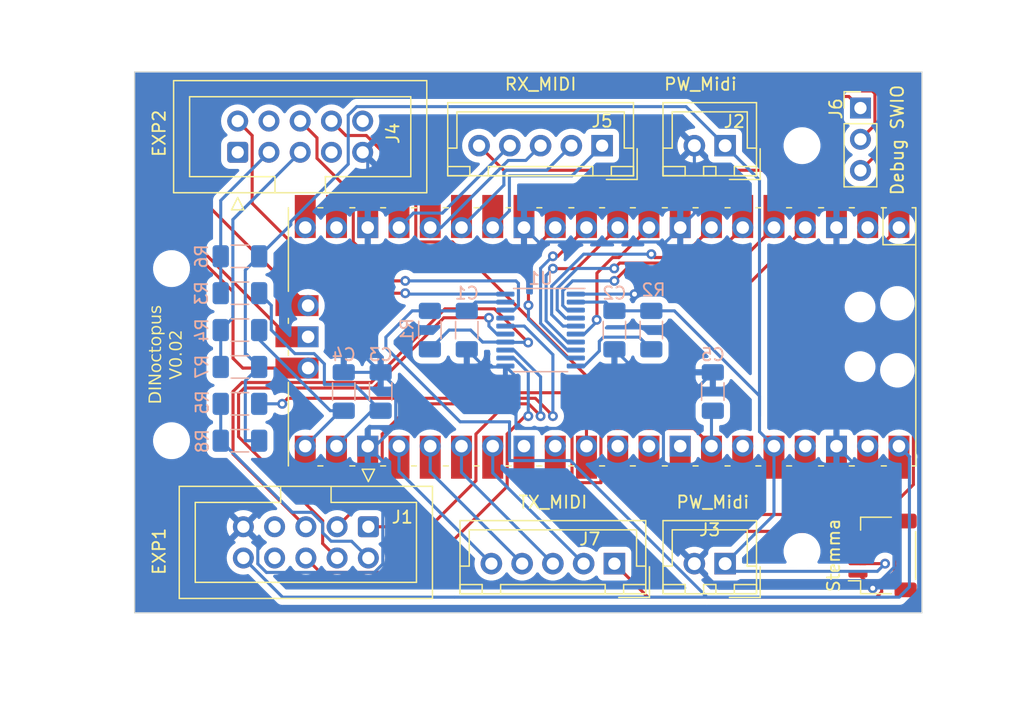
<source format=kicad_pcb>
(kicad_pcb (version 20221018) (generator pcbnew)
  (layers (0 "F.Cu" signal) (31 "B.Cu" signal) (34 "B.Paste" user) (35 "F.Paste" user) (36 "B.SilkS" user "B.Silkscreen") (37 "F.SilkS" user "F.Silkscreen") (38 "B.Mask" user) (39 "F.Mask" user) (44 "Edge.Cuts" user))
  (net 0 "")
  (net 1 "+5V")
  (net 4 "Net-(U1-OE)")
  (net 5 "Net-(U1-A1)")
  (net 6 "Net-(U1-A2)")
  (net 7 "Net-(U1-A3)")
  (net 8 "Net-(U1-A4)")
  (net 9 "Net-(U1-A5)")
  (net 10 "Net-(U1-A6)")
  (net 18 "Net-(J7-Pin_3)")
  (net 19 "Net-(J7-Pin_4)")
  (net 21 "Net-(U2-GPIO16)")
  (net 22 "Net-(U2-GPIO17)")
  (net 23 "Encoder Push")
  (net 24 "Encoder A")
  (net 25 "Encoder B")
  (net 26 "Reset")
  (net 28 "Net-(J8-Pin_4)")
  (net 29 "Net-(J8-Pin_3)")
  (net 30 "Net-(J5-Pin_1)")
  (net 31 "Net-(J5-Pin_2)")
  (net 32 "Net-(J5-Pin_3)")
  (net 33 "Net-(J5-Pin_4)")
  (net 34 "GPIO1")
  (net 35 "Net-(J6-Pin_1)")
  (net 36 "Net-(J6-Pin_2)")
  (net 37 "Net-(J6-Pin_3)")
  (net 38 "5V Buzz")
  (net 39 "5V LCD CS")
  (net 40 "5V LCD RS")
  (net 41 "5V LCD Reset")
  (net 42 "5V Backlight")
  (net 43 "5V LCD CLK")
  (net 44 "5V LCD MOSI")
  (net 45 "Net-(U1-A7)")
  (net 46 "Net-(U1-A8)")
  (net 47 "GPIO0")
  (net 48 "Net-(J7-Pin_2)")
  (net 49 "Net-(J7-Pin_5)")
  (net 52 "GND")
  (net 53 "3.3V")
  (net 54 "Net-(U2-GPIO28_ADC2)")
  (footprint "Connectors_JST:JST_XH_B05B-XH-A_05x2.50mm_Straight" (layer "F.Cu") (at 74 60 180)
    (fp_text reference "J7")
    (fp_text value "TX_MIDI")
  )
  (footprint "MountingHole:MountingHole_2.5mm" (layer "F.Cu") (at 89.25 59)
    (fp_text reference "REF**" hide)
    (fp_text value "MountingHole_2.5mm" hide)
  )
  (footprint "Connector_JST:JST_SH_SM04B-SRSS-TB_1x04-1MP_P1.00mm_Horizontal" (layer "F.Cu") (at 95.797278 59.331647 90)
    (fp_text reference "Stemma")
    (fp_text value "Stemma QT" hide)
  )
  (footprint "Connectors_JST:JST_XH_B05B-XH-A_05x2.50mm_Straight" (layer "F.Cu") (at 73 26 180)
    (fp_text reference "J5")
    (fp_text value "RX_MIDI")
  )
  (footprint "MountingHole:MountingHole_2.5mm" (layer "F.Cu") (at 89.25 26)
    (fp_text reference "REF**" hide)
    (fp_text value "MountingHole_2.5mm" hide)
  )
  (footprint "Connectors_JST:JST_XH_B02B-XH-A_02x2.50mm_Straight" (layer "F.Cu") (at 83 26 180)
    (fp_text reference "J2")
    (fp_text value "PW_Midi")
  )
  (footprint "MountingHole:MountingHole_2.5mm" (layer "F.Cu") (at 38 50)
    (fp_text reference "REF**" hide)
    (fp_text value "MountingHole_2.5mm" hide)
  )
  (footprint "Connector_IDC:IDC-Header_2x05_P2.54mm_Vertical" (layer "F.Cu") (at 43.38 26.54 90)
    (fp_text reference "J4")
    (fp_text value "EXP2")
  )
  (footprint "Connectors_JST:JST_XH_B02B-XH-A_02x2.50mm_Straight" (layer "F.Cu") (at 83 60 180)
    (fp_text reference "J3")
    (fp_text value "PW_Midi")
  )
  (footprint "Connector_IDC:IDC-Header_2x05_P2.54mm_Vertical" (layer "F.Cu") (at 54 57 -90)
    (fp_text reference "J1")
    (fp_text value "EXP1")
  )
  (footprint "MCU_RaspberryPi_and_Boards:RPi_Pico_SMD_TH" (layer "F.Cu") (at 73 41.550114 -90)
    (fp_text reference "U2" hide)
    (fp_text value "Pico")
  )
  (footprint "MountingHole:MountingHole_2.5mm" (layer "F.Cu") (at 38 36)
    (fp_text reference "REF**" hide)
    (fp_text value "MountingHole_2.5mm" hide)
  )
  (footprint "Connector_PinHeader_2.54mm:PinHeader_1x03_P2.54mm_Vertical" (layer "F.Cu") (at 94 22.939838)
    (fp_text reference "J6")
    (fp_text value "Debug SWIO")
  )
  (footprint "Capacitor_SMD:C_1206_3216Metric_Pad1.33x1.80mm_HandSolder" (layer "B.Cu") (at 62 41 -90)
    (fp_text reference "C1")
    (fp_text value "0.1uF")
  )
  (footprint "Capacitor_SMD:C_1206_3216Metric_Pad1.33x1.80mm_HandSolder" (layer "B.Cu") (at 43.5625 35 180)
    (fp_text reference "R6")
    (fp_text value "10k")
  )
  (footprint "Capacitor_SMD:C_1206_3216Metric_Pad1.33x1.80mm_HandSolder" (layer "B.Cu") (at 43.5625 50 180)
    (fp_text reference "R8")
    (fp_text value "10k")
  )
  (footprint "Capacitor_SMD:C_1206_3216Metric_Pad1.33x1.80mm_HandSolder" (layer "B.Cu") (at 77 41 -90)
    (fp_text reference "R2")
    (fp_text value "10k")
  )
  (footprint "Capacitor_SMD:C_1206_3216Metric_Pad1.33x1.80mm_HandSolder" (layer "B.Cu") (at 43.5625 38)
    (fp_text reference "R3")
    (fp_text value "10k")
  )
  (footprint "Capacitor_SMD:C_1206_3216Metric_Pad1.33x1.80mm_HandSolder" (layer "B.Cu") (at 74 41 90)
    (fp_text reference "C2")
    (fp_text value "0.1uF")
  )
  (footprint "Capacitor_SMD:C_1206_3216Metric_Pad1.33x1.80mm_HandSolder" (layer "B.Cu") (at 43.5625 44 180)
    (fp_text reference "R7")
    (fp_text value "10k")
  )
  (footprint "Capacitor_SMD:C_1206_3216Metric_Pad1.33x1.80mm_HandSolder" (layer "B.Cu") (at 43.5625 47)
    (fp_text reference "R5")
    (fp_text value "10k")
  )
  (footprint "Capacitor_SMD:C_1206_3216Metric_Pad1.33x1.80mm_HandSolder" (layer "B.Cu") (at 43.5625 41)
    (fp_text reference "R4")
    (fp_text value "10k")
  )
  (footprint "Capacitor_SMD:C_1206_3216Metric_Pad1.33x1.80mm_HandSolder" (layer "B.Cu") (at 52 46 -90)
    (fp_text reference "C4")
    (fp_text value "0.1uF")
  )
  (footprint "Package_SO:TSSOP-20_4.4x6.5mm_P0.65mm" (layer "B.Cu") (at 68 41 180)
    (fp_text reference "U1")
    (fp_text value "TXB0108PW")
  )
  (footprint "Capacitor_SMD:C_1206_3216Metric_Pad1.33x1.80mm_HandSolder" (layer "B.Cu") (at 59 41 -90)
    (fp_text reference "R1")
    (fp_text value "10k")
  )
  (footprint "Capacitor_SMD:C_1206_3216Metric_Pad1.33x1.80mm_HandSolder" (layer "B.Cu") (at 82 46 -90)
    (fp_text reference "C5")
    (fp_text value "0.1uF")
  )
  (footprint "Capacitor_SMD:C_1206_3216Metric_Pad1.33x1.80mm_HandSolder" (layer "B.Cu") (at 55 46 -90)
    (fp_text reference "C3")
    (fp_text value "0.1uF")
  )
  (gr_rect (start 35 20) (end 99 64) (stroke (width 0.1)) (fill none) (layer "Edge.Cuts"))
  (gr_text "DINoctopus\nV0.02" (at 39 43 90) (layer "F.SilkS") (effects (font (size 1 1)) (justify bottom)))
  (segment (start 47.025 62.725) (end 61 62.725) (width 0.25) (layer "B.Cu") (net 1))
  (segment (start 59 39.4375) (end 62 39.4375) (width 0.25) (layer "B.Cu") (net 1))
  (segment (start 61.463173 48.463173) (end 65.475 48.463173) (width 0.25) (layer "B.Cu") (net 1))
  (segment (start 97.98 61.895) (end 97.98 51.290114) (width 0.25) (layer "B.Cu") (net 1))
  (segment (start 65.475 51.615114) (end 70.418057 51.615114) (width 0.25) (layer "B.Cu") (net 1))
  (segment (start 81.527943 62.725) (end 96.300305 62.725) (width 0.25) (layer "B.Cu") (net 1))
  (segment (start 55.425 42.425) (end 61.463173 48.463173) (width 0.25) (layer "B.Cu") (net 1))
  (segment (start 65.475 48.463173) (end 65.475 51.615114) (width 0.25) (layer "B.Cu") (net 1))
  (segment (start 43.84 59.54) (end 47.025 62.725) (width 0.25) (layer "B.Cu") (net 1))
  (segment (start 62 39.4375) (end 62.7125 38.725) (width 0.25) (layer "B.Cu") (net 1))
  (segment (start 55.425 41.575) (end 55.425 42.425) (width 0.25) (layer "B.Cu") (net 1))
  (segment (start 57.5625 39.4375) (end 55.425 41.575) (width 0.25) (layer "B.Cu") (net 1))
  (segment (start 97.98 51.290114) (end 97.13 50.440114) (width 0.25) (layer "B.Cu") (net 1))
  (segment (start 62.7125 38.725) (end 65.1375 38.725) (width 0.25) (layer "B.Cu") (net 1))
  (segment (start 97.15 62.725) (end 97.98 61.895) (width 0.25) (layer "B.Cu") (net 1))
  (segment (start 61 62.725) (end 97.15 62.725) (width 0.25) (layer "B.Cu") (net 1))
  (segment (start 70.418057 51.615114) (end 81.527943 62.725) (width 0.25) (layer "B.Cu") (net 1))
  (segment (start 62 39.4375) (end 57.5625 39.4375) (width 0.25) (layer "B.Cu") (net 1))
  (segment (start 98 51.310114) (end 97.13 50.440114) (width 0.25) (layer "B.Cu") (net 1))
  (segment (start 72.775 41.911827) (end 72.775 42.701041) (width 0.25) (layer "B.Cu") (net 4))
  (segment (start 72.775 42.701041) (end 71.551041 43.925) (width 0.25) (layer "B.Cu") (net 4))
  (segment (start 76.0125 41.575) (end 73.111827 41.575) (width 0.25) (layer "B.Cu") (net 4))
  (segment (start 77 42.5625) (end 76.0125 41.575) (width 0.25) (layer "B.Cu") (net 4))
  (segment (start 71.551041 43.925) (end 70.8625 43.925) (width 0.25) (layer "B.Cu") (net 4))
  (segment (start 73.111827 41.575) (end 72.775 41.911827) (width 0.25) (layer "B.Cu") (net 4))
  (segment (start 76.706451 37) (end 85.170114 37) (width 0.25) (layer "F.Cu") (net 5))
  (segment (start 75.631451 38.075) (end 76.706451 37) (width 0.25) (layer "F.Cu") (net 5))
  (segment (start 85.170114 37) (end 89.51 32.660114) (width 0.25) (layer "F.Cu") (net 5))
  (via (at 75.631451 38.075) (size 0.8) (drill 0.4) (layers "F.Cu" "B.Cu") (net 5))
  (segment (start 75.631451 38.075) (end 70.8625 38.075) (width 0.25) (layer "B.Cu") (net 5))
  (segment (start 83.630114 36) (end 86.97 32.660114) (width 0.25) (layer "F.Cu") (net 6))
  (segment (start 74.999392 36) (end 83.630114 36) (width 0.25) (layer "F.Cu") (net 6))
  (segment (start 73.999696 36.999696) (end 74.999392 36) (width 0.25) (layer "F.Cu") (net 6))
  (via (at 73.999696 36.999696) (size 0.8) (drill 0.4) (layers "F.Cu" "B.Cu") (net 6))
  (segment (start 70.173959 39.375) (end 70.8625 39.375) (width 0.25) (layer "B.Cu") (net 6))
  (segment (start 69.8 39.001041) (end 70.173959 39.375) (width 0.25) (layer "B.Cu") (net 6))
  (segment (start 70.599263 36.999696) (end 69.8 37.798959) (width 0.25) (layer "B.Cu") (net 6))
  (segment (start 73.999696 36.999696) (end 70.599263 36.999696) (width 0.25) (layer "B.Cu") (net 6))
  (segment (start 69.8 37.798959) (end 69.8 39.001041) (width 0.25) (layer "B.Cu") (net 6))
  (segment (start 73.987397 35.987397) (end 74.424794 35.55) (width 0.25) (layer "F.Cu") (net 7))
  (segment (start 74.424794 35.55) (end 81.540114 35.55) (width 0.25) (layer "F.Cu") (net 7))
  (segment (start 81.540114 35.55) (end 84.43 32.660114) (width 0.25) (layer "F.Cu") (net 7))
  (via (at 73.987397 35.987397) (size 0.8) (drill 0.4) (layers "F.Cu" "B.Cu") (net 7))
  (segment (start 69.35 39.35) (end 70.025 40.025) (width 0.25) (layer "B.Cu") (net 7))
  (segment (start 69.35 37.612563) (end 69.35 39.35) (width 0.25) (layer "B.Cu") (net 7))
  (segment (start 73.987397 35.987397) (end 70.975166 35.987397) (width 0.25) (layer "B.Cu") (net 7))
  (segment (start 70.975166 35.987397) (end 69.35 37.612563) (width 0.25) (layer "B.Cu") (net 7))
  (segment (start 70.025 40.025) (end 70.8625 40.025) (width 0.25) (layer "B.Cu") (net 7))
  (segment (start 77.2745 35.1) (end 79.450114 35.1) (width 0.25) (layer "F.Cu") (net 8))
  (segment (start 79.450114 35.1) (end 81.89 32.660114) (width 0.25) (layer "F.Cu") (net 8))
  (segment (start 77 34.8255) (end 77.2745 35.1) (width 0.25) (layer "F.Cu") (net 8))
  (via (at 77 34.8255) (size 0.8) (drill 0.4) (layers "F.Cu" "B.Cu") (net 8))
  (segment (start 68.9 37.426167) (end 68.9 39.748959) (width 0.25) (layer "B.Cu") (net 8))
  (segment (start 68.9 39.748959) (end 69.826041 40.675) (width 0.25) (layer "B.Cu") (net 8))
  (segment (start 69.826041 40.675) (end 70.8625 40.675) (width 0.25) (layer "B.Cu") (net 8))
  (segment (start 77 34.8255) (end 71.500667 34.8255) (width 0.25) (layer "B.Cu") (net 8))
  (segment (start 71.500667 34.8255) (end 68.9 37.426167) (width 0.25) (layer "B.Cu") (net 8))
  (segment (start 72.56083 40.164424) (end 72.580523 40.144731) (width 0.25) (layer "F.Cu") (net 9))
  (segment (start 72.580523 36.368966) (end 73.849489 35.1) (width 0.25) (layer "F.Cu") (net 9))
  (segment (start 74.370114 35.1) (end 76.81 32.660114) (width 0.25) (layer "F.Cu") (net 9))
  (segment (start 72.580523 40.144731) (end 72.580523 36.368966) (width 0.25) (layer "F.Cu") (net 9))
  (segment (start 73.849489 35.1) (end 74.370114 35.1) (width 0.25) (layer "F.Cu") (net 9))
  (via (at 72.56083 40.164424) (size 0.8) (drill 0.4) (layers "F.Cu" "B.Cu") (net 9))
  (segment (start 72.56083 40.315211) (end 71.551041 41.325) (width 0.25) (layer "B.Cu") (net 9))
  (segment (start 72.56083 40.164424) (end 72.56083 40.315211) (width 0.25) (layer "B.Cu") (net 9))
  (segment (start 71.551041 41.325) (end 70.8625 41.325) (width 0.25) (layer "B.Cu") (net 9))
  (segment (start 74.27 32.660114) (end 70.930114 36) (width 0.25) (layer "F.Cu") (net 10))
  (segment (start 70.930114 36) (end 69 36) (width 0.25) (layer "F.Cu") (net 10))
  (via (at 69 36) (size 0.8) (drill 0.4) (layers "F.Cu" "B.Cu") (net 10))
  (segment (start 68.45 40.251041) (end 70.173959 41.975) (width 0.25) (layer "B.Cu") (net 10))
  (segment (start 69 36) (end 68.45 36.55) (width 0.25) (layer "B.Cu") (net 10))
  (segment (start 68.45 36.55) (end 68.45 40.251041) (width 0.25) (layer "B.Cu") (net 10))
  (segment (start 70.173959 41.975) (end 70.8625 41.975) (width 0.25) (layer "B.Cu") (net 10))
  (segment (start 61.57 52.57) (end 69 60) (width 0.25) (layer "B.Cu") (net 18))
  (segment (start 61.57 50.440114) (end 61.57 52.57) (width 0.25) (layer "B.Cu") (net 18))
  (segment (start 59.03 52.53) (end 66.5 60) (width 0.25) (layer "B.Cu") (net 19))
  (segment (start 59.03 50.440114) (end 59.03 52.53) (width 0.25) (layer "B.Cu") (net 19))
  (segment (start 52 47.5625) (end 50.910685 47.5625) (width 0.25) (layer "B.Cu") (net 21))
  (segment (start 51.747614 47.5625) (end 48.87 50.440114) (width 0.25) (layer "B.Cu") (net 21))
  (segment (start 45.125 41.776815) (end 45.125 41) (width 0.25) (layer "B.Cu") (net 21))
  (segment (start 52 47.5625) (end 51.747614 47.5625) (width 0.25) (layer "B.Cu") (net 21))
  (segment (start 50.910685 47.5625) (end 45.125 41.776815) (width 0.25) (layer "B.Cu") (net 21))
  (segment (start 50.425 45.425) (end 50.425 43.753413) (width 0.25) (layer "B.Cu") (net 22))
  (segment (start 46.1125 38.9875) (end 45.125 38) (width 0.25) (layer "B.Cu") (net 22))
  (segment (start 55 47.5625) (end 52.8625 45.425) (width 0.25) (layer "B.Cu") (net 22))
  (segment (start 50.425 43.753413) (end 49.586701 42.915114) (width 0.25) (layer "B.Cu") (net 22))
  (segment (start 48.027614 42.915114) (end 46.1125 41) (width 0.25) (layer "B.Cu") (net 22))
  (segment (start 52.8625 45.425) (end 50.425 45.425) (width 0.25) (layer "B.Cu") (net 22))
  (segment (start 46.1125 41) (end 46.1125 38.9875) (width 0.25) (layer "B.Cu") (net 22))
  (segment (start 49.586701 42.915114) (end 48.027614 42.915114) (width 0.25) (layer "B.Cu") (net 22))
  (segment (start 55 47.5625) (end 54.287614 47.5625) (width 0.25) (layer "B.Cu") (net 22))
  (segment (start 54.287614 47.5625) (end 51.41 50.440114) (width 0.25) (layer "B.Cu") (net 22))
  (segment (start 50.285 57.486701) (end 50.973299 58.175) (width 0.25) (layer "B.Cu") (net 23))
  (segment (start 50.285 56.703299) (end 50.285 57.486701) (width 0.25) (layer "B.Cu") (net 23))
  (segment (start 42 50) (end 42 47) (width 0.25) (layer "B.Cu") (net 23))
  (segment (start 49.406701 55.825) (end 50.285 56.703299) (width 0.25) (layer "B.Cu") (net 23))
  (segment (start 42 50) (end 47.825 55.825) (width 0.25) (layer "B.Cu") (net 23))
  (segment (start 52.635 58.175) (end 54 59.54) (width 0.25) (layer "B.Cu") (net 23))
  (segment (start 47.825 55.825) (end 49.406701 55.825) (width 0.25) (layer "B.Cu") (net 23))
  (segment (start 50.973299 58.175) (end 52.635 58.175) (width 0.25) (layer "B.Cu") (net 23))
  (segment (start 42.9875 32.0125) (end 48.46 26.54) (width 0.25) (layer "B.Cu") (net 24))
  (segment (start 42 44) (end 42 41) (width 0.25) (layer "B.Cu") (net 24))
  (segment (start 42 41) (end 42.9875 40.0125) (width 0.25) (layer "B.Cu") (net 24))
  (segment (start 42.9875 40.0125) (end 42.9875 32.0125) (width 0.25) (layer "B.Cu") (net 24))
  (segment (start 42 30.46) (end 45.92 26.54) (width 0.25) (layer "B.Cu") (net 25))
  (segment (start 42 38) (end 42 35) (width 0.25) (layer "B.Cu") (net 25))
  (segment (start 42 35) (end 42 30.46) (width 0.25) (layer "B.Cu") (net 25))
  (segment (start 60.835114 33.835114) (end 71.73 44.73) (width 0.25) (layer "F.Cu") (net 26))
  (segment (start 53.836701 25.175) (end 57.855 29.193299) (width 0.25) (layer "F.Cu") (net 26))
  (segment (start 52.175 25.175) (end 53.836701 25.175) (width 0.25) (layer "F.Cu") (net 26))
  (segment (start 57.855 29.193299) (end 57.855 33.835114) (width 0.25) (layer "F.Cu") (net 26))
  (segment (start 51 24) (end 52.175 25.175) (width 0.25) (layer "F.Cu") (net 26))
  (segment (start 57.855 33.835114) (end 60.835114 33.835114) (width 0.25) (layer "F.Cu") (net 26))
  (segment (start 71.73 44.73) (end 71.73 50.440114) (width 0.25) (layer "F.Cu") (net 26))
  (segment (start 91.965631 56) (end 93.797278 57.831647) (width 0.25) (layer "F.Cu") (net 28))
  (segment (start 80.759886 56) (end 91.965631 56) (width 0.25) (layer "F.Cu") (net 28))
  (segment (start 76.81 50.440114) (end 76.81 52.050114) (width 0.25) (layer "F.Cu") (net 28))
  (segment (start 76.81 52.050114) (end 80.759886 56) (width 0.25) (layer "F.Cu") (net 28))
  (segment (start 91.89388 57.375) (end 93.350527 58.831647) (width 0.25) (layer "F.Cu") (net 29))
  (segment (start 93.350527 58.831647) (end 93.797278 58.831647) (width 0.25) (layer "F.Cu") (net 29))
  (segment (start 74.27 52.050114) (end 79.594886 57.375) (width 0.25) (layer "F.Cu") (net 29))
  (segment (start 74.27 50.440114) (end 74.27 52.050114) (width 0.25) (layer "F.Cu") (net 29))
  (segment (start 79.594886 57.375) (end 91.89388 57.375) (width 0.25) (layer "F.Cu") (net 29))
  (segment (start 64.11 32.660114) (end 65.464886 31.305228) (width 0.25) (layer "B.Cu") (net 30))
  (segment (start 65.464886 31.305228) (end 65.464886 28.45) (width 0.25) (layer "B.Cu") (net 30))
  (segment (start 65.464886 28.45) (end 70.55 28.45) (width 0.25) (layer "B.Cu") (net 30))
  (segment (start 70.55 28.45) (end 73 26) (width 0.25) (layer "B.Cu") (net 30))
  (segment (start 65.204809 28) (end 68.5 28) (width 0.25) (layer "B.Cu") (net 31))
  (segment (start 65.014886 28.189923) (end 65.204809 28) (width 0.25) (layer "B.Cu") (net 31))
  (segment (start 61.57 32.660114) (end 65.014886 29.215228) (width 0.25) (layer "B.Cu") (net 31))
  (segment (start 68.5 28) (end 70.5 26) (width 0.25) (layer "B.Cu") (net 31))
  (segment (start 65.014886 29.215228) (end 65.014886 28.189923) (width 0.25) (layer "B.Cu") (net 31))
  (segment (start 59.908299 32.660114) (end 65.368413 27.2) (width 0.25) (layer "B.Cu") (net 32))
  (segment (start 65.368413 27.2) (end 66.8 27.2) (width 0.25) (layer "B.Cu") (net 32))
  (segment (start 66.8 27.2) (end 68 26) (width 0.25) (layer "B.Cu") (net 32))
  (segment (start 59.03 32.660114) (end 59.908299 32.660114) (width 0.25) (layer "B.Cu") (net 32))
  (segment (start 56.49 32.660114) (end 57.665 31.485114) (width 0.25) (layer "B.Cu") (net 33))
  (segment (start 60.014886 31.485114) (end 65.5 26) (width 0.25) (layer "B.Cu") (net 33))
  (segment (start 57.665 31.485114) (end 60.014886 31.485114) (width 0.25) (layer "B.Cu") (net 33))
  (segment (start 91.539886 28) (end 65 28) (width 0.25) (layer "F.Cu") (net 34))
  (segment (start 94.59 31.050114) (end 91.539886 28) (width 0.25) (layer "F.Cu") (net 34))
  (segment (start 65 28) (end 63 26) (width 0.25) (layer "F.Cu") (net 34))
  (segment (start 94.59 32.660114) (end 94.59 31.050114) (width 0.25) (layer "F.Cu") (net 34))
  (segment (start 40 29.910114) (end 40 23) (width 0.25) (layer "F.Cu") (net 35))
  (segment (start 49.1 39.010114) (end 40 29.910114) (width 0.25) (layer "F.Cu") (net 35))
  (segment (start 93.060162 22) (end 94 22.939838) (width 0.25) (layer "F.Cu") (net 35))
  (segment (start 40 23) (end 41 22) (width 0.25) (layer "F.Cu") (net 35))
  (segment (start 41 22) (end 93.060162 22) (width 0.25) (layer "F.Cu") (net 35))
  (segment (start 39 33.060114) (end 39 22) (width 0.25) (layer "F.Cu") (net 36))
  (segment (start 49.1 41.550114) (end 47.49 41.550114) (width 0.25) (layer "F.Cu") (net 36))
  (segment (start 39.45 21.55) (end 94.960162 21.55) (width 0.25) (layer "F.Cu") (net 36))
  (segment (start 95.175 21.764838) (end 95.175 24.304838) (width 0.25) (layer "F.Cu") (net 36))
  (segment (start 94.960162 21.55) (end 95.175 21.764838) (width 0.25) (layer "F.Cu") (net 36))
  (segment (start 95.175 24.304838) (end 94 25.479838) (width 0.25) (layer "F.Cu") (net 36))
  (segment (start 39 22) (end 39.45 21.55) (width 0.25) (layer "F.Cu") (net 36))
  (segment (start 47.49 41.550114) (end 39 33.060114) (width 0.25) (layer "F.Cu") (net 36))
  (segment (start 49.1 44.090114) (end 43.790057 44.090114) (width 0.25) (layer "F.Cu") (net 37))
  (segment (start 96 21.953442) (end 96 26.019838) (width 0.25) (layer "F.Cu") (net 37))
  (segment (start 43.790057 44.090114) (end 43 43.300057) (width 0.25) (layer "F.Cu") (net 37))
  (segment (start 96 26.019838) (end 94 28.019838) (width 0.25) (layer "F.Cu") (net 37))
  (segment (start 38 22) (end 39 21) (width 0.25) (layer "F.Cu") (net 37))
  (segment (start 43 43.300057) (end 43 37.875) (width 0.25) (layer "F.Cu") (net 37))
  (segment (start 43 37.875) (end 38 32.875) (width 0.25) (layer "F.Cu") (net 37))
  (segment (start 95.046558 21) (end 96 21.953442) (width 0.25) (layer "F.Cu") (net 37))
  (segment (start 38 32.875) (end 38 22) (width 0.25) (layer "F.Cu") (net 37))
  (segment (start 39 21) (end 95.046558 21) (width 0.25) (layer "F.Cu") (net 37))
  (segment (start 68 47.974695) (end 67.025305 47) (width 0.25) (layer "F.Cu") (net 38))
  (segment (start 62.745 53.255) (end 59 57) (width 0.25) (layer "F.Cu") (net 38))
  (segment (start 59 57) (end 54 57) (width 0.25) (layer "F.Cu") (net 38))
  (segment (start 68 48) (end 68 47.974695) (width 0.25) (layer "F.Cu") (net 38))
  (segment (start 65.200114 47) (end 62.745 49.455114) (width 0.25) (layer "F.Cu") (net 38))
  (segment (start 67.025305 47) (end 65.200114 47) (width 0.25) (layer "F.Cu") (net 38))
  (segment (start 62.745 49.455114) (end 62.745 53.255) (width 0.25) (layer "F.Cu") (net 38))
  (via (at 68 48) (size 0.8) (drill 0.4) (layers "F.Cu" "B.Cu") (net 38))
  (segment (start 65.1375 42.625) (end 65.826041 42.625) (width 0.25) (layer "B.Cu") (net 38))
  (segment (start 65.826041 42.625) (end 68 44.798959) (width 0.25) (layer "B.Cu") (net 38))
  (segment (start 68 44.798959) (end 68 48) (width 0.25) (layer "B.Cu") (net 38))
  (segment (start 57.580114 47) (end 55.125 49.455114) (width 0.25) (layer "F.Cu") (net 39))
  (segment (start 64.563718 47) (end 57.580114 47) (width 0.25) (layer "F.Cu") (net 39))
  (segment (start 68.725 47.725) (end 68.725 47.699695) (width 0.25) (layer "F.Cu") (net 39))
  (segment (start 55.125 49.455114) (end 55.125 53.335) (width 0.25) (layer "F.Cu") (net 39))
  (segment (start 69 48) (end 68.725 47.725) (width 0.25) (layer "F.Cu") (net 39))
  (segment (start 55.125 53.335) (end 51.46 57) (width 0.25) (layer "F.Cu") (net 39))
  (segment (start 68.725 47.699695) (end 67.575305 46.55) (width 0.25) (layer "F.Cu") (net 39))
  (segment (start 67.575305 46.55) (end 65.013718 46.55) (width 0.25) (layer "F.Cu") (net 39))
  (segment (start 65.013718 46.55) (end 64.563718 47) (width 0.25) (layer "F.Cu") (net 39))
  (via (at 69 48) (size 0.8) (drill 0.4) (layers "F.Cu" "B.Cu") (net 39))
  (segment (start 69 48) (end 69 43) (width 0.25) (layer "B.Cu") (net 39))
  (segment (start 66.675 40.675) (end 65.1375 40.675) (width 0.25) (layer "B.Cu") (net 39))
  (segment (start 69 43) (end 66.675 40.675) (width 0.25) (layer "B.Cu") (net 39))
  (segment (start 50.285 56.513299) (end 50.285 58.365) (width 0.25) (layer "F.Cu") (net 40))
  (segment (start 43.921282 45.715114) (end 43.45 46.186396) (width 0.25) (layer "F.Cu") (net 40))
  (segment (start 63.8005 40) (end 60.13651 40) (width 0.25) (layer "F.Cu") (net 40))
  (segment (start 43.45 46.186396) (end 43.45 49.678299) (width 0.25) (layer "F.Cu") (net 40))
  (segment (start 50.285 58.365) (end 51.46 59.54) (width 0.25) (layer "F.Cu") (net 40))
  (segment (start 43.45 49.678299) (end 50.285 56.513299) (width 0.25) (layer "F.Cu") (net 40))
  (segment (start 54.421396 45.715114) (end 43.921282 45.715114) (width 0.25) (layer "F.Cu") (net 40))
  (segment (start 60.13651 40) (end 54.421396 45.715114) (width 0.25) (layer "F.Cu") (net 40))
  (via (at 63.8005 40) (size 0.8) (drill 0.4) (layers "F.Cu" "B.Cu") (net 40))
  (segment (start 65.1375 41.325) (end 64.448959 41.325) (width 0.25) (layer "B.Cu") (net 40))
  (segment (start 64.448959 41.325) (end 63.8005 40.676541) (width 0.25) (layer "B.Cu") (net 40))
  (segment (start 63.8005 40.676541) (end 63.8005 40) (width 0.25) (layer "B.Cu") (net 40))
  (segment (start 48.92 57) (end 43 51.08) (width 0.25) (layer "F.Cu") (net 41))
  (segment (start 43.734886 45.265114) (end 54.235 45.265114) (width 0.25) (layer "F.Cu") (net 41))
  (segment (start 64.250402 39.275) (end 66.987701 42.012299) (width 0.25) (layer "F.Cu") (net 41))
  (segment (start 54.235 45.265114) (end 60.225114 39.275) (width 0.25) (layer "F.Cu") (net 41))
  (segment (start 43 46) (end 43.734886 45.265114) (width 0.25) (layer "F.Cu") (net 41))
  (segment (start 60.225114 39.275) (end 64.250402 39.275) (width 0.25) (layer "F.Cu") (net 41))
  (segment (start 43 51.08) (end 43 46) (width 0.25) (layer "F.Cu") (net 41))
  (via (at 66.987701 42.012299) (size 0.8) (drill 0.4) (layers "F.Cu" "B.Cu") (net 41))
  (segment (start 66.987701 42.012299) (end 66.975402 42) (width 0.25) (layer "B.Cu") (net 41))
  (segment (start 66.975402 42) (end 65 42) (width 0.25) (layer "B.Cu") (net 41))
  (segment (start 62.313173 41) (end 60.5625 41) (width 0.25) (layer "B.Cu") (net 41))
  (segment (start 60.5625 41) (end 59 42.5625) (width 0.25) (layer "B.Cu") (net 41))
  (segment (start 63.288173 41.975) (end 62.313173 41) (width 0.25) (layer "B.Cu") (net 41))
  (segment (start 65.1375 41.975) (end 63.288173 41.975) (width 0.25) (layer "B.Cu") (net 41))
  (segment (start 67 48) (end 66.740114 48) (width 0.25) (layer "F.Cu") (net 42))
  (segment (start 50.095 60.715) (end 48.92 59.54) (width 0.25) (layer "F.Cu") (net 42))
  (segment (start 65.285 49.455114) (end 65.285 53.715) (width 0.25) (layer "F.Cu") (net 42))
  (segment (start 66.740114 48) (end 65.285 49.455114) (width 0.25) (layer "F.Cu") (net 42))
  (segment (start 58.285 60.715) (end 50.095 60.715) (width 0.25) (layer "F.Cu") (net 42))
  (segment (start 65.285 53.715) (end 58.285 60.715) (width 0.25) (layer "F.Cu") (net 42))
  (via (at 67 48) (size 0.8) (drill 0.4) (layers "F.Cu" "B.Cu") (net 42))
  (segment (start 65.1375 43.275) (end 65.826041 43.275) (width 0.25) (layer "B.Cu") (net 42))
  (segment (start 65.826041 43.275) (end 67 44.448959) (width 0.25) (layer "B.Cu") (net 42))
  (segment (start 67 44.448959) (end 67 48) (width 0.25) (layer "B.Cu") (net 42))
  (segment (start 44.555 30.695114) (end 44.555 25.175) (width 0.25) (layer "F.Cu") (net 43))
  (segment (start 51.859886 38) (end 44.555 30.695114) (width 0.25) (layer "F.Cu") (net 43))
  (segment (start 57 38) (end 51.859886 38) (width 0.25) (layer "F.Cu") (net 43))
  (segment (start 44.555 25.175) (end 43.38 24) (width 0.25) (layer "F.Cu") (net 43))
  (via (at 57 38) (size 0.8) (drill 0.4) (layers "F.Cu" "B.Cu") (net 43))
  (segment (start 65.1375 38.075) (end 57.075 38.075) (width 0.25) (layer "B.Cu") (net 43))
  (segment (start 57.075 38.075) (end 57 38) (width 0.25) (layer "B.Cu") (net 43))
  (segment (start 55.939886 37) (end 52.775 33.835114) (width 0.25) (layer "F.Cu") (net 44))
  (segment (start 52.775 33.835114) (end 52.775 29.976701) (width 0.25) (layer "F.Cu") (net 44))
  (segment (start 52.775 29.976701) (end 49.825 27.026701) (width 0.25) (layer "F.Cu") (net 44))
  (segment (start 49.825 25.365) (end 48.46 24) (width 0.25) (layer "F.Cu") (net 44))
  (segment (start 49.825 27.026701) (end 49.825 25.365) (width 0.25) (layer "F.Cu") (net 44))
  (segment (start 57 37) (end 55.939886 37) (width 0.25) (layer "F.Cu") (net 44))
  (via (at 57 37) (size 0.8) (drill 0.4) (layers "F.Cu" "B.Cu") (net 44))
  (segment (start 66 37) (end 57 37) (width 0.25) (layer "B.Cu") (net 44))
  (segment (start 66.2 39.001041) (end 66.2 37.2) (width 0.25) (layer "B.Cu") (net 44))
  (segment (start 65.1375 39.375) (end 65.826041 39.375) (width 0.25) (layer "B.Cu") (net 44))
  (segment (start 65.826041 39.375) (end 66.2 39.001041) (width 0.25) (layer "B.Cu") (net 44))
  (segment (start 66.2 37.2) (end 66 37) (width 0.25) (layer "B.Cu") (net 44))
  (segment (start 69.390114 35) (end 69 35) (width 0.25) (layer "F.Cu") (net 45))
  (segment (start 71.73 32.660114) (end 69.390114 35) (width 0.25) (layer "F.Cu") (net 45))
  (via (at 69 35) (size 0.8) (drill 0.4) (layers "F.Cu" "B.Cu") (net 45))
  (segment (start 69 35) (end 68.974695 35) (width 0.25) (layer "B.Cu") (net 45))
  (segment (start 68.974695 35) (end 68 35.974695) (width 0.25) (layer "B.Cu") (net 45))
  (segment (start 68 40.451041) (end 70.173959 42.625) (width 0.25) (layer "B.Cu") (net 45))
  (segment (start 70.173959 42.625) (end 70.8625 42.625) (width 0.25) (layer "B.Cu") (net 45))
  (segment (start 68 35.974695) (end 68 40.451041) (width 0.25) (layer "B.Cu") (net 45))
  (segment (start 67.012299 34.837815) (end 67.012299 38.987701) (width 0.25) (layer "F.Cu") (net 46))
  (segment (start 69.19 32.660114) (end 67.012299 34.837815) (width 0.25) (layer "F.Cu") (net 46))
  (via (at 67.012299 38.987701) (size 0.8) (drill 0.4) (layers "F.Cu" "B.Cu") (net 46))
  (segment (start 67.012299 38.987701) (end 67.012299 40.11334) (width 0.25) (layer "B.Cu") (net 46))
  (segment (start 67.012299 40.11334) (end 70.173959 43.275) (width 0.25) (layer "B.Cu") (net 46))
  (segment (start 70.173959 43.275) (end 70.8625 43.275) (width 0.25) (layer "B.Cu") (net 46))
  (segment (start 95.725 61.699695) (end 96.784105 60.64059) (width 0.25) (layer "F.Cu") (net 47))
  (segment (start 92.52472 48.52472) (end 92 48) (width 0.25) (layer "F.Cu") (net 47))
  (segment (start 92 48) (end 92 37.790114) (width 0.25) (layer "F.Cu") (net 47))
  (segment (start 95.725 62.300305) (end 95.725 61.699695) (width 0.25) (layer "F.Cu") (net 47))
  (segment (start 98.305 49.265114) (end 97.564606 48.52472) (width 0.25) (layer "F.Cu") (net 47))
  (segment (start 97.564606 48.52472) (end 92.52472 48.52472) (width 0.25) (layer "F.Cu") (net 47))
  (segment (start 96.447278 57.11982) (end 96.447278 55.427722) (width 0.25) (layer "F.Cu") (net 47))
  (segment (start 96.447278 55.427722) (end 98.305 53.57) (width 0.25) (layer "F.Cu") (net 47))
  (segment (start 76.725 62.725) (end 95.300305 62.725) (width 0.25) (layer "F.Cu") (net 47))
  (segment (start 98.305 53.57) (end 98.305 49.265114) (width 0.25) (layer "F.Cu") (net 47))
  (segment (start 95.300305 62.725) (end 95.725 62.300305) (width 0.25) (layer "F.Cu") (net 47))
  (segment (start 96.784105 60.64059) (end 96.784105 57.456647) (width 0.25) (layer "F.Cu") (net 47))
  (segment (start 74 60) (end 76.725 62.725) (width 0.25) (layer "F.Cu") (net 47))
  (segment (start 92 37.790114) (end 97.13 32.660114) (width 0.25) (layer "F.Cu") (net 47))
  (segment (start 96.784105 57.456647) (end 96.447278 57.11982) (width 0.25) (layer "F.Cu") (net 47))
  (segment (start 64.11 52.61) (end 71.5 60) (width 0.25) (layer "B.Cu") (net 48))
  (segment (start 64.11 50.440114) (end 64.11 52.61) (width 0.25) (layer "B.Cu") (net 48))
  (segment (start 56.49 52.49) (end 64 60) (width 0.25) (layer "B.Cu") (net 49))
  (segment (start 56.49 50.440114) (end 56.49 52.49) (width 0.25) (layer "B.Cu") (net 49))
  (segment (start 93.831647 60.831647) (end 93.797278 60.831647) (width 0.25) (layer "F.Cu") (net 52))
  (segment (start 95 62) (end 93.831647 60.831647) (width 0.25) (layer "F.Cu") (net 52))
  (via (at 95 62) (size 0.8) (drill 0.4) (layers "F.Cu" "B.Cu") (net 52))
  (segment (start 53.95 43.3875) (end 55 44.4375) (width 0.25) (layer "B.Cu") (net 52))
  (segment (start 96.725 55.115114) (end 92.05 50.440114) (width 0.25) (layer "B.Cu") (net 52))
  (segment (start 77.985 48.4525) (end 77.985 57.485) (width 0.25) (layer "B.Cu") (net 52))
  (segment (start 78.175 33.835114) (end 67.825 33.835114) (width 0.25) (layer "B.Cu") (net 52))
  (segment (start 95.025305 62) (end 96.725 60.300305) (width 0.25) (layer "B.Cu") (net 52))
  (segment (start 82.5 62) (end 80.5 60) (width 0.25) (layer "B.Cu") (net 52))
  (segment (start 63.4375 44) (end 65.2125 44) (width 0.25) (layer "B.Cu") (net 52))
  (segment (start 56.225 45.6625) (end 56.225 48.775) (width 0.25) (layer "B.Cu") (net 52))
  (segment (start 53.95 26.95) (end 53.54 26.54) (width 0.25) (layer "B.Cu") (net 52))
  (segment (start 66 49) (end 74 49) (width 0.25) (layer "B.Cu") (net 52))
  (segment (start 45.715 60.715) (end 45.015 60.015) (width 0.25) (layer "B.Cu") (net 52))
  (segment (start 80.5 26) (end 80.5 31.510114) (width 0.25) (layer "B.Cu") (net 52))
  (segment (start 55.175 60.026701) (end 54.486701 60.715) (width 0.25) (layer "B.Cu") (net 52))
  (segment (start 55 44.4375) (end 56.225 45.6625) (width 0.25) (layer "B.Cu") (net 52))
  (segment (start 80.5 31.510114) (end 79.35 32.660114) (width 0.25) (layer "B.Cu") (net 52))
  (segment (start 74 49) (end 74 42.5625) (width 0.25) (layer "B.Cu") (net 52))
  (segment (start 96.725 60.300305) (end 96.725 55.115114) (width 0.25) (layer "B.Cu") (net 52))
  (segment (start 65.2125 44) (end 66 44.7875) (width 0.25) (layer "B.Cu") (net 52))
  (segment (start 66 44.7875) (end 66 49) (width 0.25) (layer "B.Cu") (net 52))
  (segment (start 54.486701 60.715) (end 45.715 60.715) (width 0.25) (layer "B.Cu") (net 52))
  (segment (start 45.015 60.015) (end 45.015 58.175) (width 0.25) (layer "B.Cu") (net 52))
  (segment (start 95 62) (end 95.025305 62) (width 0.25) (layer "B.Cu") (net 52))
  (segment (start 75.875 44.4375) (end 82 44.4375) (width 0.25) (layer "B.Cu") (net 52))
  (segment (start 62 42.5625) (end 63.4375 44) (width 0.25) (layer "B.Cu") (net 52))
  (segment (start 45.015 58.175) (end 43.84 57) (width 0.25) (layer "B.Cu") (net 52))
  (segment (start 55.175 51.665114) (end 55.175 60.026701) (width 0.25) (layer "B.Cu") (net 52))
  (segment (start 52 44.4375) (end 55 44.4375) (width 0.25) (layer "B.Cu") (net 52))
  (segment (start 67.825 33.835114) (end 66.65 32.660114) (width 0.25) (layer "B.Cu") (net 52))
  (segment (start 56.225 48.775) (end 54.559886 50.440114) (width 0.25) (layer "B.Cu") (net 52))
  (segment (start 74 42.5625) (end 75.875 44.4375) (width 0.25) (layer "B.Cu") (net 52))
  (segment (start 82 44.4375) (end 77.985 48.4525) (width 0.25) (layer "B.Cu") (net 52))
  (segment (start 53.95 32.660114) (end 53.95 43.3875) (width 0.25) (layer "B.Cu") (net 52))
  (segment (start 54.559886 50.440114) (end 53.95 50.440114) (width 0.25) (layer "B.Cu") (net 52))
  (segment (start 79.35 32.660114) (end 78.175 33.835114) (width 0.25) (layer "B.Cu") (net 52))
  (segment (start 53.95 50.440114) (end 55.175 51.665114) (width 0.25) (layer "B.Cu") (net 52))
  (segment (start 77.985 57.485) (end 80.5 60) (width 0.25) (layer "B.Cu") (net 52))
  (segment (start 95 62) (end 82.5 62) (width 0.25) (layer "B.Cu") (net 52))
  (segment (start 53.95 32.660114) (end 53.95 26.95) (width 0.25) (layer "B.Cu") (net 52))
  (segment (start 96 60) (end 93.965631 60) (width 0.25) (layer "F.Cu") (net 53))
  (segment (start 93.965631 60) (end 93.797278 59.831647) (width 0.25) (layer "F.Cu") (net 53))
  (via (at 96 60) (size 0.8) (drill 0.4) (layers "F.Cu" "B.Cu") (net 53))
  (segment (start 44 45.125) (end 44 50) (width 0.25) (layer "B.Cu") (net 53))
  (segment (start 86.97 50.440114) (end 86.97 56.03) (width 0.25) (layer "B.Cu") (net 53))
  (segment (start 83 60) (end 83.625 60.625) (width 0.25) (layer "B.Cu") (net 53))
  (segment (start 52.365 27.503413) (end 52.365 23.513299) (width 0.25) (layer "B.Cu") (net 53))
  (segment (start 83.625 60.625) (end 95.375 60.625) (width 0.25) (layer "B.Cu") (net 53))
  (segment (start 73.2875 38.725) (end 70.8625 38.725) (width 0.25) (layer "B.Cu") (net 53))
  (segment (start 79.825 22.825) (end 83 26) (width 0.25) (layer "B.Cu") (net 53))
  (segment (start 95.375 60.625) (end 96 60) (width 0.25) (layer "B.Cu") (net 53))
  (segment (start 45.125 35) (end 47.695 32.43) (width 0.25) (layer "B.Cu") (net 53))
  (segment (start 44 50) (end 45.125 50) (width 0.25) (layer "B.Cu") (net 53))
  (segment (start 86.97 56.03) (end 83 60) (width 0.25) (layer "B.Cu") (net 53))
  (segment (start 74 39.4375) (end 77 39.4375) (width 0.25) (layer "B.Cu") (net 53))
  (segment (start 52.365 23.513299) (end 53.053299 22.825) (width 0.25) (layer "B.Cu") (net 53))
  (segment (start 47.695 32.43) (end 47.695 32.173413) (width 0.25) (layer "B.Cu") (net 53))
  (segment (start 47.695 32.173413) (end 52.365 27.503413) (width 0.25) (layer "B.Cu") (net 53))
  (segment (start 77 39.4375) (end 78.875673 39.4375) (width 0.25) (layer "B.Cu") (net 53))
  (segment (start 85.795 46.356827) (end 85.795 48) (width 0.25) (layer "B.Cu") (net 53))
  (segment (start 45.125 35) (end 44 36.125) (width 0.25) (layer "B.Cu") (net 53))
  (segment (start 44 43) (end 44.125 43) (width 0.25) (layer "B.Cu") (net 53))
  (segment (start 86.97 50.440114) (end 85.795 49.265114) (width 0.25) (layer "B.Cu") (net 53))
  (segment (start 74 39.4375) (end 73.2875 38.725) (width 0.25) (layer "B.Cu") (net 53))
  (segment (start 44.125 43) (end 45.125 44) (width 0.25) (layer "B.Cu") (net 53))
  (segment (start 85.795 28.795) (end 83 26) (width 0.25) (layer "B.Cu") (net 53))
  (segment (start 85.795 49.265114) (end 85.795 28.795) (width 0.25) (layer "B.Cu") (net 53))
  (segment (start 78.875673 39.4375) (end 85.795 46.356827) (width 0.25) (layer "B.Cu") (net 53))
  (segment (start 53.053299 22.825) (end 79.825 22.825) (width 0.25) (layer "B.Cu") (net 53))
  (segment (start 44 36.125) (end 44 43) (width 0.25) (layer "B.Cu") (net 53))
  (segment (start 45.125 44) (end 44 45.125) (width 0.25) (layer "B.Cu") (net 53))
  (segment (start 80.449886 49) (end 81.89 50.440114) (width 0.25) (layer "F.Cu") (net 54))
  (segment (start 70.555 46.825) (end 70.555 53.415114) (width 0.25) (layer "F.Cu") (net 54))
  (segment (start 47.45 46.55) (end 63.45 46.55) (width 0.25) (layer "F.Cu") (net 54))
  (segment (start 72.905 53.415114) (end 72.905 49.455114) (width 0.25) (layer "F.Cu") (net 54))
  (segment (start 72.905 49.455114) (end 73.360114 49) (width 0.25) (layer "F.Cu") (net 54))
  (segment (start 47 47) (end 47.45 46.55) (width 0.25) (layer "F.Cu") (net 54))
  (segment (start 73.360114 49) (end 80.449886 49) (width 0.25) (layer "F.Cu") (net 54))
  (segment (start 63.45 46.55) (end 63.9 46.1) (width 0.25) (layer "F.Cu") (net 54))
  (segment (start 69.83 46.1) (end 70.555 46.825) (width 0.25) (layer "F.Cu") (net 54))
  (segment (start 63.9 46.1) (end 69.83 46.1) (width 0.25) (layer "F.Cu") (net 54))
  (segment (start 70.555 53.415114) (end 72.905 53.415114) (width 0.25) (layer "F.Cu") (net 54))
  (via (at 47 47) (size 0.8) (drill 0.4) (layers "F.Cu" "B.Cu") (net 54))
  (segment (start 81.89 47.6725) (end 82 47.5625) (width 0.25) (layer "B.Cu") (net 54))
  (segment (start 45.125 47) (end 47 47) (width 0.25) (layer "B.Cu") (net 54))
  (segment (start 81.89 50.440114) (end 81.89 47.6725) (width 0.25) (layer "B.Cu") (net 54))
  (zone (net 52) (net_name "GND") (layer "B.Cu") (connect_pads (clearance 0.5)) (min_thickness 0.25) (fill yes (thermal_gap 0.5) (thermal_bridge_width 0.5))
    (polygon (pts (xy 35 20) (xy 35 64) (xy 99 64) (xy 99 20)))
  )
)
</source>
